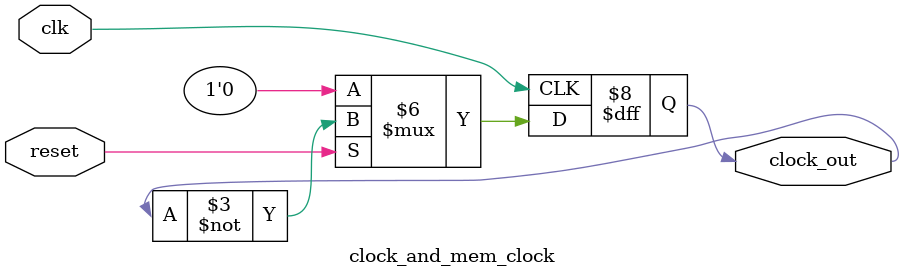
<source format=v>
module clock_and_mem_clock (clk,reset,clock_out);
	input clk,reset;
	output clock_out;
		
	reg clock_out;
		
	initial
		clock_out <= 0;//初始为零
			
	always @ (posedge clk)
		begin
			if (~reset)
				clock_out <= 0; // 复位置零
			else
				clock_out <= ~clock_out; // 否则clock_out信号翻转
		end
endmodule 
</source>
